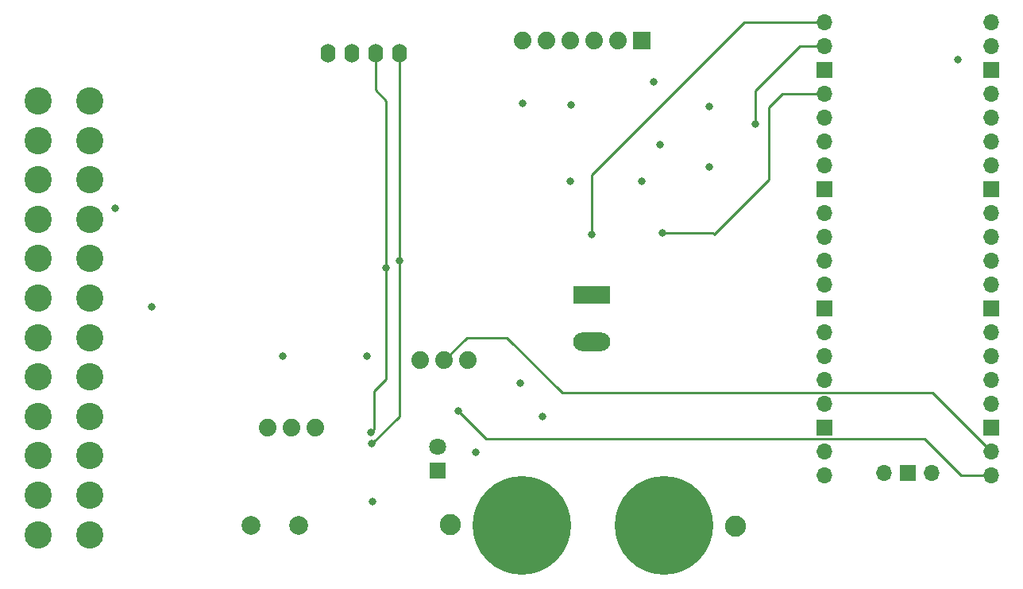
<source format=gbr>
%TF.GenerationSoftware,KiCad,Pcbnew,6.0.2+dfsg-1*%
%TF.CreationDate,2023-01-31T14:27:49-05:00*%
%TF.ProjectId,atx-power-fixture,6174782d-706f-4776-9572-2d6669787475,1.0*%
%TF.SameCoordinates,Original*%
%TF.FileFunction,Copper,L3,Inr*%
%TF.FilePolarity,Positive*%
%FSLAX46Y46*%
G04 Gerber Fmt 4.6, Leading zero omitted, Abs format (unit mm)*
G04 Created by KiCad (PCBNEW 6.0.2+dfsg-1) date 2023-01-31 14:27:49*
%MOMM*%
%LPD*%
G01*
G04 APERTURE LIST*
%TA.AperFunction,ComponentPad*%
%ADD10O,1.700000X1.700000*%
%TD*%
%TA.AperFunction,ComponentPad*%
%ADD11R,1.700000X1.700000*%
%TD*%
%TA.AperFunction,ComponentPad*%
%ADD12C,2.247900*%
%TD*%
%TA.AperFunction,ComponentPad*%
%ADD13C,10.500000*%
%TD*%
%TA.AperFunction,ComponentPad*%
%ADD14C,2.898140*%
%TD*%
%TA.AperFunction,ComponentPad*%
%ADD15R,3.960000X1.980000*%
%TD*%
%TA.AperFunction,ComponentPad*%
%ADD16O,3.960000X1.980000*%
%TD*%
%TA.AperFunction,ComponentPad*%
%ADD17O,1.600000X2.000000*%
%TD*%
%TA.AperFunction,ComponentPad*%
%ADD18C,1.879600*%
%TD*%
%TA.AperFunction,ComponentPad*%
%ADD19R,1.879600X1.879600*%
%TD*%
%TA.AperFunction,ComponentPad*%
%ADD20R,1.800000X1.800000*%
%TD*%
%TA.AperFunction,ComponentPad*%
%ADD21C,1.800000*%
%TD*%
%TA.AperFunction,ComponentPad*%
%ADD22C,2.000000*%
%TD*%
%TA.AperFunction,ViaPad*%
%ADD23C,0.800000*%
%TD*%
%TA.AperFunction,Conductor*%
%ADD24C,0.250000*%
%TD*%
G04 APERTURE END LIST*
D10*
%TO.N,LocalTX*%
%TO.C,U3*%
X174700000Y-54220000D03*
%TO.N,LocalRX*%
X174700000Y-56760000D03*
D11*
%TO.N,GND*%
X174700000Y-59300000D03*
D10*
%TO.N,LocalRTS*%
X174700000Y-61840000D03*
%TO.N,LocalCTS*%
X174700000Y-64380000D03*
%TO.N,unconnected-(U3-Pad6)*%
X174700000Y-66920000D03*
%TO.N,unconnected-(U3-Pad7)*%
X174700000Y-69460000D03*
D11*
%TO.N,GND*%
X174700000Y-72000000D03*
D10*
%TO.N,unconnected-(U3-Pad9)*%
X174700000Y-74540000D03*
%TO.N,unconnected-(U3-Pad10)*%
X174700000Y-77080000D03*
%TO.N,SDA*%
X174700000Y-79620000D03*
%TO.N,SCL*%
X174700000Y-82160000D03*
D11*
%TO.N,GND*%
X174700000Y-84700000D03*
D10*
%TO.N,unconnected-(U3-Pad14)*%
X174700000Y-87240000D03*
%TO.N,unconnected-(U3-Pad15)*%
X174700000Y-89780000D03*
%TO.N,unconnected-(U3-Pad16)*%
X174700000Y-92320000D03*
%TO.N,unconnected-(U3-Pad17)*%
X174700000Y-94860000D03*
D11*
%TO.N,GND*%
X174700000Y-97400000D03*
D10*
%TO.N,unconnected-(U3-Pad19)*%
X174700000Y-99940000D03*
%TO.N,unconnected-(U3-Pad20)*%
X174700000Y-102480000D03*
%TO.N,Net-(Q2-Pad1)*%
X192480000Y-102480000D03*
%TO.N,Net-(R8-Pad2)*%
X192480000Y-99940000D03*
D11*
%TO.N,GND*%
X192480000Y-97400000D03*
D10*
X192480000Y-94860000D03*
%TO.N,unconnected-(U3-Pad25)*%
X192480000Y-92320000D03*
%TO.N,unconnected-(U3-Pad26)*%
X192480000Y-89780000D03*
%TO.N,unconnected-(U3-Pad27)*%
X192480000Y-87240000D03*
D11*
%TO.N,GND*%
X192480000Y-84700000D03*
D10*
%TO.N,unconnected-(U3-Pad29)*%
X192480000Y-82160000D03*
%TO.N,unconnected-(U3-Pad30)*%
X192480000Y-79620000D03*
%TO.N,unconnected-(U3-Pad31)*%
X192480000Y-77080000D03*
%TO.N,unconnected-(U3-Pad32)*%
X192480000Y-74540000D03*
D11*
%TO.N,GND*%
X192480000Y-72000000D03*
D10*
%TO.N,unconnected-(U3-Pad34)*%
X192480000Y-69460000D03*
%TO.N,unconnected-(U3-Pad35)*%
X192480000Y-66920000D03*
%TO.N,unconnected-(U3-Pad36)*%
X192480000Y-64380000D03*
%TO.N,unconnected-(U3-Pad37)*%
X192480000Y-61840000D03*
D11*
%TO.N,GND*%
X192480000Y-59300000D03*
D10*
%TO.N,/VSYS*%
X192480000Y-56760000D03*
%TO.N,/VBUS*%
X192480000Y-54220000D03*
%TO.N,unconnected-(U3-Pad41)*%
X181050000Y-102250000D03*
D11*
%TO.N,GND*%
X183590000Y-102250000D03*
D10*
%TO.N,unconnected-(U3-Pad43)*%
X186130000Y-102250000D03*
%TD*%
D12*
%TO.N,GND*%
%TO.C,J3*%
X165229375Y-107900000D03*
D13*
X157609375Y-107849200D03*
%TD*%
D12*
%TO.N,+12V*%
%TO.C,J4*%
X134870625Y-107753676D03*
D13*
X142490625Y-107804476D03*
%TD*%
D14*
%TO.N,+3V3*%
%TO.C,J1*%
X96400000Y-62599280D03*
X96400000Y-66800440D03*
%TO.N,GND*%
X96400000Y-70999060D03*
%TO.N,+5V*%
X96400000Y-75200220D03*
%TO.N,GND*%
X96400000Y-79398840D03*
%TO.N,+5V*%
X96400000Y-83600000D03*
%TO.N,GND*%
X96400000Y-87796080D03*
%TO.N,Net-(J1-Pad8)*%
X96400000Y-91997240D03*
%TO.N,unconnected-(J1-Pad9)*%
X96400000Y-96195860D03*
%TO.N,+12Vin*%
X96400000Y-100397020D03*
X96400000Y-104595640D03*
%TO.N,+3V3*%
X96400000Y-108796800D03*
X90900900Y-62599280D03*
%TO.N,unconnected-(J1-Pad14)*%
X90900900Y-66800440D03*
%TO.N,GND*%
X90900900Y-70999060D03*
%TO.N,Net-(J1-Pad16)*%
X90900900Y-75200220D03*
%TO.N,GND*%
X90900900Y-79398840D03*
X90900900Y-83600000D03*
X90900900Y-87796080D03*
%TO.N,unconnected-(J1-Pad20)*%
X90900900Y-91997240D03*
%TO.N,+5V*%
X90900900Y-96195860D03*
X90900900Y-100397020D03*
X90900900Y-104595640D03*
%TO.N,GND*%
X90900900Y-108796800D03*
%TD*%
D15*
%TO.N,IGNITION*%
%TO.C,J2*%
X149900000Y-83300000D03*
D16*
%TO.N,GND*%
X149900000Y-88300000D03*
%TD*%
D17*
%TO.N,GND*%
%TO.C,U1*%
X121780000Y-57550000D03*
%TO.N,+3V3*%
X124320000Y-57550000D03*
%TO.N,SCL*%
X126860000Y-57550000D03*
%TO.N,SDA*%
X129400000Y-57550000D03*
%TD*%
D18*
%TO.N,GND*%
%TO.C,SW2*%
X136740000Y-90200000D03*
%TO.N,Net-(R8-Pad2)*%
X134200000Y-90200000D03*
%TO.N,N/C*%
X131660000Y-90200000D03*
%TD*%
D19*
%TO.N,GND*%
%TO.C,J5*%
X155260000Y-56200000D03*
D18*
%TO.N,ConsoleCTS*%
X152720000Y-56200000D03*
%TO.N,Net-(J5-Pad3)*%
X150180000Y-56200000D03*
%TO.N,ConsoleTX*%
X147640000Y-56200000D03*
%TO.N,ConsoleRX*%
X145100000Y-56200000D03*
%TO.N,ConsoleRTS*%
X142560000Y-56200000D03*
%TD*%
D20*
%TO.N,GND*%
%TO.C,D1*%
X133500000Y-102000000D03*
D21*
%TO.N,Net-(D1-Pad2)*%
X133500000Y-99460000D03*
%TD*%
D22*
%TO.N,+12Vin*%
%TO.C,F1*%
X113600000Y-107800000D03*
%TO.N,Net-(F1-Pad2)*%
X118680000Y-107800000D03*
%TD*%
D18*
%TO.N,GND*%
%TO.C,SW1*%
X120440000Y-97400000D03*
%TO.N,Net-(J1-Pad16)*%
X117900000Y-97400000D03*
%TO.N,N/C*%
X115360000Y-97400000D03*
%TD*%
D23*
%TO.N,+5V*%
X189000000Y-58200000D03*
%TO.N,GND*%
X162430000Y-63170000D03*
X147670000Y-71130000D03*
X126000000Y-89800000D03*
X126524500Y-105300000D03*
X162440000Y-69640000D03*
X155270000Y-71170000D03*
X142300000Y-92700000D03*
%TO.N,+5V*%
X117000000Y-89800000D03*
%TO.N,IGNITION*%
X137600000Y-100000000D03*
X144700000Y-96200000D03*
%TO.N,LocalRX*%
X167400000Y-65100000D03*
%TO.N,LocalRTS*%
X157500000Y-76700000D03*
%TO.N,LocalTX*%
X149900000Y-76800000D03*
%TO.N,SDA*%
X129453751Y-79624713D03*
X126500000Y-99100000D03*
%TO.N,SCL*%
X128000000Y-80400000D03*
X126400000Y-97900000D03*
%TO.N,Net-(J1-Pad16)*%
X99100000Y-74000000D03*
X103000000Y-84500000D03*
%TO.N,Net-(Q2-Pad1)*%
X135700000Y-95600000D03*
%TO.N,Net-(R4-Pad2)*%
X157200000Y-67300000D03*
X147700000Y-63000000D03*
%TO.N,Net-(R5-Pad2)*%
X142600000Y-62900000D03*
X156500000Y-60600000D03*
%TD*%
D24*
%TO.N,LocalRX*%
X167400000Y-61500000D02*
X172140000Y-56760000D01*
X172140000Y-56760000D02*
X174700000Y-56760000D01*
X167400000Y-65100000D02*
X167400000Y-61500000D01*
%TO.N,LocalRTS*%
X157500000Y-76700000D02*
X162900000Y-76700000D01*
X162900000Y-76700000D02*
X163000000Y-76800000D01*
X163000000Y-76800000D02*
X168800000Y-71000000D01*
X170260000Y-61840000D02*
X174700000Y-61840000D01*
X168800000Y-71000000D02*
X168800000Y-63300000D01*
X168800000Y-63300000D02*
X170260000Y-61840000D01*
%TO.N,LocalTX*%
X166180000Y-54220000D02*
X174700000Y-54220000D01*
X149900000Y-76800000D02*
X149900000Y-70500000D01*
X149900000Y-70500000D02*
X166180000Y-54220000D01*
%TO.N,SDA*%
X129400000Y-96200000D02*
X126500000Y-99100000D01*
X129400000Y-79570962D02*
X129400000Y-57550000D01*
X129453751Y-79624713D02*
X129400000Y-79678464D01*
X129400000Y-79678464D02*
X129400000Y-96200000D01*
X129453751Y-79624713D02*
X129400000Y-79570962D01*
%TO.N,SCL*%
X126724511Y-97575489D02*
X126724511Y-93475489D01*
X126860000Y-61460000D02*
X126860000Y-57550000D01*
X126724511Y-93475489D02*
X128000000Y-92200000D01*
X128000000Y-62600000D02*
X126860000Y-61460000D01*
X128000000Y-80400000D02*
X128000000Y-62600000D01*
X128000000Y-92200000D02*
X128000000Y-80400000D01*
X126400000Y-97900000D02*
X126724511Y-97575489D01*
%TO.N,Net-(Q2-Pad1)*%
X189280000Y-102480000D02*
X192480000Y-102480000D01*
X135700000Y-95600000D02*
X138674511Y-98574511D01*
X138674511Y-98574511D02*
X185374511Y-98574511D01*
X185374511Y-98574511D02*
X189280000Y-102480000D01*
%TO.N,Net-(R8-Pad2)*%
X174198990Y-93700000D02*
X174213501Y-93685489D01*
X174213501Y-93685489D02*
X186225489Y-93685489D01*
X186225489Y-93685489D02*
X192480000Y-99940000D01*
X146800000Y-93700000D02*
X174198990Y-93700000D01*
X136600000Y-87800000D02*
X140900000Y-87800000D01*
X134200000Y-90200000D02*
X136600000Y-87800000D01*
X140900000Y-87800000D02*
X146800000Y-93700000D01*
%TD*%
M02*

</source>
